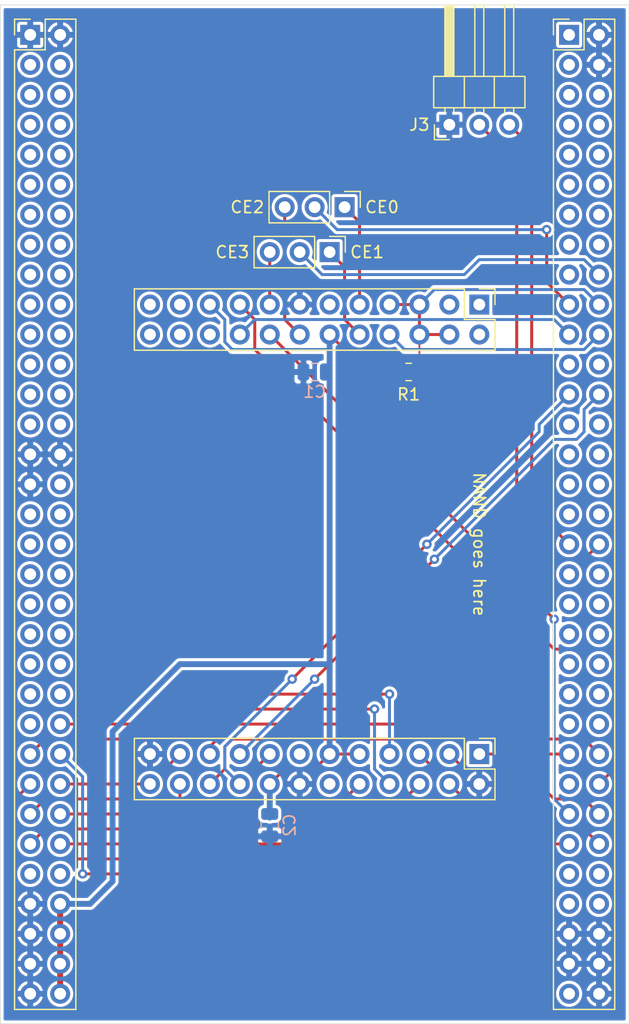
<source format=kicad_pcb>
(kicad_pcb (version 20171130) (host pcbnew "(5.1.8)-1")
  (layers (0 F.Cu signal) (31 B.Cu signal) (34 B.Paste user) (35 F.Paste user) (36 B.SilkS user) (37 F.SilkS user) (38 B.Mask user) (39 F.Mask user) (44 Edge.Cuts user))
  (net 0 "")
  (net 1 +3V3)
  (net 2 GND)
  (net 3 IO12)
  (net 4 IO11)
  (net 5 IO10)
  (net 6 IO9)
  (net 7 IO8)
  (net 8 IO7)
  (net 9 IO6)
  (net 10 IO5)
  (net 11 IO4)
  (net 12 G9)
  (net 13 D7)
  (net 14 R~B)
  (net 15 ~WE)
  (net 16 ~RE)
  (net 17 IO3)
  (net 18 IO2)
  (net 19 A10)
  (net 20 A9)
  (net 21 IO0)
  (net 22 ALE)
  (net 23 CLE)
  (net 24 IO15)
  (net 25 IO14)
  (net 26 IO13)
  (net 27 ~CE2)
  (net 28 ~CE0)
  (net 29 ~CE1)
  (net 30 ~CE3)
  (net 31 IO1)
  (module Connector_PinHeader_2.54mm:PinHeader_2x12_P2.54mm_Vertical (layer F.Cu) (at 139.7 99.06 270)
    (fp_text reference J4 hide)
    (fp_text value Left)
    (fp_line (start -1.33 29.27) (end 3.87 29.27) (layer F.SilkS) (width 0.12))
    (fp_line (start -1.33 1.27) (end -1.33 29.27) (layer F.SilkS) (width 0.12))
    (fp_line (start 3.87 -1.33) (end 3.87 29.27) (layer F.SilkS) (width 0.12))
    (fp_line (start -1.33 1.27) (end 1.27 1.27) (layer F.SilkS) (width 0.12))
    (fp_line (start 1.27 1.27) (end 1.27 -1.33) (layer F.SilkS) (width 0.12))
    (fp_line (start 1.27 -1.33) (end 3.87 -1.33) (layer F.SilkS) (width 0.12))
    (fp_line (start -1.33 0) (end -1.33 -1.33) (layer F.SilkS) (width 0.12))
    (fp_line (start -1.33 -1.33) (end 0 -1.33) (layer F.SilkS) (width 0.12))
    (pad 24 thru_hole oval (at 2.54 27.94 270) (size 1.7 1.7) (drill 1) (layers *.Cu *.Mask))
    (pad 23 thru_hole oval (at 0 27.94 270) (size 1.7 1.7) (drill 1) (layers *.Cu *.Mask))
    (pad 22 thru_hole oval (at 2.54 25.4 270) (size 1.7 1.7) (drill 1) (layers *.Cu *.Mask))
    (pad 21 thru_hole oval (at 0 25.4 270) (size 1.7 1.7) (drill 1) (layers *.Cu *.Mask))
    (pad 20 thru_hole oval (at 2.54 22.86 270) (size 1.7 1.7) (drill 1) (layers *.Cu *.Mask))
    (pad 19 thru_hole oval (at 0 22.86 270) (size 1.7 1.7) (drill 1) (layers *.Cu *.Mask) (net 1 +3V3))
    (pad 18 thru_hole oval (at 2.54 20.32 270) (size 1.7 1.7) (drill 1) (layers *.Cu *.Mask) (net 15 ~WE))
    (pad 17 thru_hole oval (at 0 20.32 270) (size 1.7 1.7) (drill 1) (layers *.Cu *.Mask) (net 22 ALE))
    (pad 16 thru_hole oval (at 2.54 17.78 270) (size 1.7 1.7) (drill 1) (layers *.Cu *.Mask) (net 23 CLE))
    (pad 15 thru_hole oval (at 0 17.78 270) (size 1.7 1.7) (drill 1) (layers *.Cu *.Mask) (net 30 ~CE3))
    (pad 14 thru_hole oval (at 2.54 15.24 270) (size 1.7 1.7) (drill 1) (layers *.Cu *.Mask) (net 27 ~CE2))
    (pad 13 thru_hole oval (at 0 15.24 270) (size 1.7 1.7) (drill 1) (layers *.Cu *.Mask) (net 2 GND))
    (pad 12 thru_hole oval (at 2.54 12.7 270) (size 1.7 1.7) (drill 1) (layers *.Cu *.Mask) (net 1 +3V3))
    (pad 11 thru_hole oval (at 0 12.7 270) (size 1.7 1.7) (drill 1) (layers *.Cu *.Mask))
    (pad 10 thru_hole oval (at 2.54 10.16 270) (size 1.7 1.7) (drill 1) (layers *.Cu *.Mask) (net 29 ~CE1))
    (pad 9 thru_hole oval (at 0 10.16 270) (size 1.7 1.7) (drill 1) (layers *.Cu *.Mask) (net 28 ~CE0))
    (pad 8 thru_hole oval (at 2.54 7.62 270) (size 1.7 1.7) (drill 1) (layers *.Cu *.Mask) (net 16 ~RE))
    (pad 7 thru_hole oval (at 0 7.62 270) (size 1.7 1.7) (drill 1) (layers *.Cu *.Mask) (net 14 R~B))
    (pad 6 thru_hole oval (at 2.54 5.08 270) (size 1.7 1.7) (drill 1) (layers *.Cu *.Mask) (net 14 R~B))
    (pad 5 thru_hole oval (at 0 5.08 270) (size 1.7 1.7) (drill 1) (layers *.Cu *.Mask) (net 14 R~B))
    (pad 4 thru_hole oval (at 2.54 2.54 270) (size 1.7 1.7) (drill 1) (layers *.Cu *.Mask) (net 14 R~B))
    (pad 3 thru_hole oval (at 0 2.54 270) (size 1.7 1.7) (drill 1) (layers *.Cu *.Mask))
    (pad 2 thru_hole oval (at 2.54 0 270) (size 1.7 1.7) (drill 1) (layers *.Cu *.Mask))
    (pad 1 thru_hole rect (at 0 0 270) (size 1.7 1.7) (drill 1) (layers *.Cu *.Mask))
  )
  (module Connector_PinHeader_2.54mm:PinHeader_2x12_P2.54mm_Vertical (layer F.Cu) (at 139.7 137.16 270)
    (fp_text reference J5 hide)
    (fp_text value Right)
    (fp_line (start -1.33 29.27) (end 3.87 29.27) (layer F.SilkS) (width 0.12))
    (fp_line (start -1.33 1.27) (end -1.33 29.27) (layer F.SilkS) (width 0.12))
    (fp_line (start 3.87 -1.33) (end 3.87 29.27) (layer F.SilkS) (width 0.12))
    (fp_line (start -1.33 1.27) (end 1.27 1.27) (layer F.SilkS) (width 0.12))
    (fp_line (start 1.27 1.27) (end 1.27 -1.33) (layer F.SilkS) (width 0.12))
    (fp_line (start 1.27 -1.33) (end 3.87 -1.33) (layer F.SilkS) (width 0.12))
    (fp_line (start -1.33 0) (end -1.33 -1.33) (layer F.SilkS) (width 0.12))
    (fp_line (start -1.33 -1.33) (end 0 -1.33) (layer F.SilkS) (width 0.12))
    (pad 24 thru_hole oval (at 2.54 27.94 270) (size 1.7 1.7) (drill 1) (layers *.Cu *.Mask) (net 7 IO8))
    (pad 23 thru_hole oval (at 0 27.94 270) (size 1.7 1.7) (drill 1) (layers *.Cu *.Mask) (net 2 GND))
    (pad 22 thru_hole oval (at 2.54 25.4 270) (size 1.7 1.7) (drill 1) (layers *.Cu *.Mask) (net 5 IO10))
    (pad 21 thru_hole oval (at 0 25.4 270) (size 1.7 1.7) (drill 1) (layers *.Cu *.Mask) (net 6 IO9))
    (pad 20 thru_hole oval (at 2.54 22.86 270) (size 1.7 1.7) (drill 1) (layers *.Cu *.Mask) (net 31 IO1))
    (pad 19 thru_hole oval (at 0 22.86 270) (size 1.7 1.7) (drill 1) (layers *.Cu *.Mask) (net 21 IO0))
    (pad 18 thru_hole oval (at 2.54 20.32 270) (size 1.7 1.7) (drill 1) (layers *.Cu *.Mask) (net 17 IO3))
    (pad 17 thru_hole oval (at 0 20.32 270) (size 1.7 1.7) (drill 1) (layers *.Cu *.Mask) (net 18 IO2))
    (pad 16 thru_hole oval (at 2.54 17.78 270) (size 1.7 1.7) (drill 1) (layers *.Cu *.Mask) (net 1 +3V3))
    (pad 15 thru_hole oval (at 0 17.78 270) (size 1.7 1.7) (drill 1) (layers *.Cu *.Mask) (net 4 IO11))
    (pad 14 thru_hole oval (at 2.54 15.24 270) (size 1.7 1.7) (drill 1) (layers *.Cu *.Mask) (net 2 GND))
    (pad 13 thru_hole oval (at 0 15.24 270) (size 1.7 1.7) (drill 1) (layers *.Cu *.Mask))
    (pad 12 thru_hole oval (at 2.54 12.7 270) (size 1.7 1.7) (drill 1) (layers *.Cu *.Mask))
    (pad 11 thru_hole oval (at 0 12.7 270) (size 1.7 1.7) (drill 1) (layers *.Cu *.Mask) (net 1 +3V3))
    (pad 10 thru_hole oval (at 2.54 10.16 270) (size 1.7 1.7) (drill 1) (layers *.Cu *.Mask) (net 3 IO12))
    (pad 9 thru_hole oval (at 0 10.16 270) (size 1.7 1.7) (drill 1) (layers *.Cu *.Mask) (net 1 +3V3))
    (pad 8 thru_hole oval (at 2.54 7.62 270) (size 1.7 1.7) (drill 1) (layers *.Cu *.Mask) (net 10 IO5))
    (pad 7 thru_hole oval (at 0 7.62 270) (size 1.7 1.7) (drill 1) (layers *.Cu *.Mask) (net 11 IO4))
    (pad 6 thru_hole oval (at 2.54 5.08 270) (size 1.7 1.7) (drill 1) (layers *.Cu *.Mask) (net 8 IO7))
    (pad 5 thru_hole oval (at 0 5.08 270) (size 1.7 1.7) (drill 1) (layers *.Cu *.Mask) (net 9 IO6))
    (pad 4 thru_hole oval (at 2.54 2.54 270) (size 1.7 1.7) (drill 1) (layers *.Cu *.Mask) (net 25 IO14))
    (pad 3 thru_hole oval (at 0 2.54 270) (size 1.7 1.7) (drill 1) (layers *.Cu *.Mask) (net 26 IO13))
    (pad 2 thru_hole oval (at 2.54 0 270) (size 1.7 1.7) (drill 1) (layers *.Cu *.Mask) (net 2 GND))
    (pad 1 thru_hole rect (at 0 0 270) (size 1.7 1.7) (drill 1) (layers *.Cu *.Mask) (net 24 IO15))
  )
  (module Capacitor_SMD:C_0805_2012Metric (layer B.Cu) (at 125.73 104.775)
    (fp_text reference C1 (at 0 1.68) (layer B.SilkS) (effects (justify mirror)))
    (fp_text value 100n)
    (fp_line (start -0.261252 0.735) (end 0.261252 0.735) (layer B.SilkS) (width 0.12))
    (fp_line (start -0.261252 -0.735) (end 0.261252 -0.735) (layer B.SilkS) (width 0.12))
    (pad 1 smd roundrect (at -0.95 0) (size 1 1.45) (layers B.Cu B.Paste B.Mask) (net 2 GND))
    (pad 2 smd roundrect (at 0.95 0) (size 1 1.45) (layers B.Cu B.Paste B.Mask) (net 1 +3V3))
  )
  (module Capacitor_SMD:C_0805_2012Metric (layer B.Cu) (at 121.92 143.19 90)
    (fp_text reference C2 (at 0 1.68 90) (layer B.SilkS) (effects (justify mirror)))
    (fp_text value 100n)
    (fp_line (start -0.261252 -0.735) (end 0.261252 -0.735) (layer B.SilkS) (width 0.12))
    (fp_line (start -0.261252 0.735) (end 0.261252 0.735) (layer B.SilkS) (width 0.12))
    (pad 2 smd roundrect (at 0.95 0 90) (size 1 1.45) (layers B.Cu B.Paste B.Mask) (net 1 +3V3))
    (pad 1 smd roundrect (at -0.95 0 90) (size 1 1.45) (layers B.Cu B.Paste B.Mask) (net 2 GND))
  )
  (module Connector_PinHeader_2.54mm:PinHeader_2x33_P2.54mm_Vertical (layer F.Cu) (at 101.6 76.2)
    (fp_text reference J1 hide)
    (fp_text value Conn_02x33_Odd_Even)
    (fp_line (start -1.33 -1.33) (end 0 -1.33) (layer F.SilkS) (width 0.12))
    (fp_line (start -1.33 0) (end -1.33 -1.33) (layer F.SilkS) (width 0.12))
    (fp_line (start 1.27 -1.33) (end 3.87 -1.33) (layer F.SilkS) (width 0.12))
    (fp_line (start 1.27 1.27) (end 1.27 -1.33) (layer F.SilkS) (width 0.12))
    (fp_line (start -1.33 1.27) (end 1.27 1.27) (layer F.SilkS) (width 0.12))
    (fp_line (start 3.87 -1.33) (end 3.87 82.61) (layer F.SilkS) (width 0.12))
    (fp_line (start -1.33 1.27) (end -1.33 82.61) (layer F.SilkS) (width 0.12))
    (fp_line (start -1.33 82.61) (end 3.87 82.61) (layer F.SilkS) (width 0.12))
    (pad 66 thru_hole oval (at 2.54 81.28) (size 1.7 1.7) (drill 1) (layers *.Cu *.Mask) (net 1 +3V3))
    (pad 65 thru_hole oval (at 0 81.28) (size 1.7 1.7) (drill 1) (layers *.Cu *.Mask) (net 2 GND))
    (pad 64 thru_hole oval (at 2.54 78.74) (size 1.7 1.7) (drill 1) (layers *.Cu *.Mask) (net 1 +3V3))
    (pad 63 thru_hole oval (at 0 78.74) (size 1.7 1.7) (drill 1) (layers *.Cu *.Mask) (net 2 GND))
    (pad 62 thru_hole oval (at 2.54 76.2) (size 1.7 1.7) (drill 1) (layers *.Cu *.Mask) (net 1 +3V3))
    (pad 61 thru_hole oval (at 0 76.2) (size 1.7 1.7) (drill 1) (layers *.Cu *.Mask) (net 2 GND))
    (pad 60 thru_hole oval (at 2.54 73.66) (size 1.7 1.7) (drill 1) (layers *.Cu *.Mask) (net 1 +3V3))
    (pad 59 thru_hole oval (at 0 73.66) (size 1.7 1.7) (drill 1) (layers *.Cu *.Mask) (net 2 GND))
    (pad 58 thru_hole oval (at 2.54 71.12) (size 1.7 1.7) (drill 1) (layers *.Cu *.Mask))
    (pad 57 thru_hole oval (at 0 71.12) (size 1.7 1.7) (drill 1) (layers *.Cu *.Mask))
    (pad 56 thru_hole oval (at 2.54 68.58) (size 1.7 1.7) (drill 1) (layers *.Cu *.Mask) (net 3 IO12))
    (pad 55 thru_hole oval (at 0 68.58) (size 1.7 1.7) (drill 1) (layers *.Cu *.Mask) (net 4 IO11))
    (pad 54 thru_hole oval (at 2.54 66.04) (size 1.7 1.7) (drill 1) (layers *.Cu *.Mask) (net 5 IO10))
    (pad 53 thru_hole oval (at 0 66.04) (size 1.7 1.7) (drill 1) (layers *.Cu *.Mask) (net 6 IO9))
    (pad 52 thru_hole oval (at 2.54 63.5) (size 1.7 1.7) (drill 1) (layers *.Cu *.Mask) (net 7 IO8))
    (pad 51 thru_hole oval (at 0 63.5) (size 1.7 1.7) (drill 1) (layers *.Cu *.Mask) (net 8 IO7))
    (pad 50 thru_hole oval (at 2.54 60.96) (size 1.7 1.7) (drill 1) (layers *.Cu *.Mask) (net 9 IO6))
    (pad 49 thru_hole oval (at 0 60.96) (size 1.7 1.7) (drill 1) (layers *.Cu *.Mask) (net 10 IO5))
    (pad 48 thru_hole oval (at 2.54 58.42) (size 1.7 1.7) (drill 1) (layers *.Cu *.Mask) (net 11 IO4))
    (pad 47 thru_hole oval (at 0 58.42) (size 1.7 1.7) (drill 1) (layers *.Cu *.Mask))
    (pad 46 thru_hole oval (at 2.54 55.88) (size 1.7 1.7) (drill 1) (layers *.Cu *.Mask))
    (pad 45 thru_hole oval (at 0 55.88) (size 1.7 1.7) (drill 1) (layers *.Cu *.Mask))
    (pad 44 thru_hole oval (at 2.54 53.34) (size 1.7 1.7) (drill 1) (layers *.Cu *.Mask))
    (pad 43 thru_hole oval (at 0 53.34) (size 1.7 1.7) (drill 1) (layers *.Cu *.Mask))
    (pad 42 thru_hole oval (at 2.54 50.8) (size 1.7 1.7) (drill 1) (layers *.Cu *.Mask))
    (pad 41 thru_hole oval (at 0 50.8) (size 1.7 1.7) (drill 1) (layers *.Cu *.Mask))
    (pad 40 thru_hole oval (at 2.54 48.26) (size 1.7 1.7) (drill 1) (layers *.Cu *.Mask))
    (pad 39 thru_hole oval (at 0 48.26) (size 1.7 1.7) (drill 1) (layers *.Cu *.Mask))
    (pad 38 thru_hole oval (at 2.54 45.72) (size 1.7 1.7) (drill 1) (layers *.Cu *.Mask))
    (pad 37 thru_hole oval (at 0 45.72) (size 1.7 1.7) (drill 1) (layers *.Cu *.Mask))
    (pad 36 thru_hole oval (at 2.54 43.18) (size 1.7 1.7) (drill 1) (layers *.Cu *.Mask))
    (pad 35 thru_hole oval (at 0 43.18) (size 1.7 1.7) (drill 1) (layers *.Cu *.Mask))
    (pad 34 thru_hole oval (at 2.54 40.64) (size 1.7 1.7) (drill 1) (layers *.Cu *.Mask))
    (pad 33 thru_hole oval (at 0 40.64) (size 1.7 1.7) (drill 1) (layers *.Cu *.Mask))
    (pad 32 thru_hole oval (at 2.54 38.1) (size 1.7 1.7) (drill 1) (layers *.Cu *.Mask))
    (pad 31 thru_hole oval (at 0 38.1) (size 1.7 1.7) (drill 1) (layers *.Cu *.Mask) (net 2 GND))
    (pad 30 thru_hole oval (at 2.54 35.56) (size 1.7 1.7) (drill 1) (layers *.Cu *.Mask) (net 2 GND))
    (pad 29 thru_hole oval (at 0 35.56) (size 1.7 1.7) (drill 1) (layers *.Cu *.Mask) (net 2 GND))
    (pad 28 thru_hole oval (at 2.54 33.02) (size 1.7 1.7) (drill 1) (layers *.Cu *.Mask))
    (pad 27 thru_hole oval (at 0 33.02) (size 1.7 1.7) (drill 1) (layers *.Cu *.Mask))
    (pad 26 thru_hole oval (at 2.54 30.48) (size 1.7 1.7) (drill 1) (layers *.Cu *.Mask))
    (pad 25 thru_hole oval (at 0 30.48) (size 1.7 1.7) (drill 1) (layers *.Cu *.Mask))
    (pad 24 thru_hole oval (at 2.54 27.94) (size 1.7 1.7) (drill 1) (layers *.Cu *.Mask))
    (pad 23 thru_hole oval (at 0 27.94) (size 1.7 1.7) (drill 1) (layers *.Cu *.Mask))
    (pad 22 thru_hole oval (at 2.54 25.4) (size 1.7 1.7) (drill 1) (layers *.Cu *.Mask))
    (pad 21 thru_hole oval (at 0 25.4) (size 1.7 1.7) (drill 1) (layers *.Cu *.Mask))
    (pad 20 thru_hole oval (at 2.54 22.86) (size 1.7 1.7) (drill 1) (layers *.Cu *.Mask))
    (pad 19 thru_hole oval (at 0 22.86) (size 1.7 1.7) (drill 1) (layers *.Cu *.Mask))
    (pad 18 thru_hole oval (at 2.54 20.32) (size 1.7 1.7) (drill 1) (layers *.Cu *.Mask))
    (pad 17 thru_hole oval (at 0 20.32) (size 1.7 1.7) (drill 1) (layers *.Cu *.Mask))
    (pad 16 thru_hole oval (at 2.54 17.78) (size 1.7 1.7) (drill 1) (layers *.Cu *.Mask))
    (pad 15 thru_hole oval (at 0 17.78) (size 1.7 1.7) (drill 1) (layers *.Cu *.Mask))
    (pad 14 thru_hole oval (at 2.54 15.24) (size 1.7 1.7) (drill 1) (layers *.Cu *.Mask))
    (pad 13 thru_hole oval (at 0 15.24) (size 1.7 1.7) (drill 1) (layers *.Cu *.Mask))
    (pad 12 thru_hole oval (at 2.54 12.7) (size 1.7 1.7) (drill 1) (layers *.Cu *.Mask))
    (pad 11 thru_hole oval (at 0 12.7) (size 1.7 1.7) (drill 1) (layers *.Cu *.Mask))
    (pad 10 thru_hole oval (at 2.54 10.16) (size 1.7 1.7) (drill 1) (layers *.Cu *.Mask))
    (pad 9 thru_hole oval (at 0 10.16) (size 1.7 1.7) (drill 1) (layers *.Cu *.Mask))
    (pad 8 thru_hole oval (at 2.54 7.62) (size 1.7 1.7) (drill 1) (layers *.Cu *.Mask))
    (pad 7 thru_hole oval (at 0 7.62) (size 1.7 1.7) (drill 1) (layers *.Cu *.Mask))
    (pad 6 thru_hole oval (at 2.54 5.08) (size 1.7 1.7) (drill 1) (layers *.Cu *.Mask))
    (pad 5 thru_hole oval (at 0 5.08) (size 1.7 1.7) (drill 1) (layers *.Cu *.Mask))
    (pad 4 thru_hole oval (at 2.54 2.54) (size 1.7 1.7) (drill 1) (layers *.Cu *.Mask))
    (pad 3 thru_hole oval (at 0 2.54) (size 1.7 1.7) (drill 1) (layers *.Cu *.Mask))
    (pad 2 thru_hole oval (at 2.54 0) (size 1.7 1.7) (drill 1) (layers *.Cu *.Mask) (net 2 GND))
    (pad 1 thru_hole rect (at 0 0) (size 1.7 1.7) (drill 1) (layers *.Cu *.Mask) (net 2 GND))
  )
  (module Connector_PinHeader_2.54mm:PinHeader_2x33_P2.54mm_Vertical (layer F.Cu) (at 147.32 76.2)
    (fp_text reference J2 hide)
    (fp_text value Conn_02x33_Odd_Even)
    (fp_line (start -1.33 82.61) (end 3.87 82.61) (layer F.SilkS) (width 0.12))
    (fp_line (start -1.33 1.27) (end -1.33 82.61) (layer F.SilkS) (width 0.12))
    (fp_line (start 3.87 -1.33) (end 3.87 82.61) (layer F.SilkS) (width 0.12))
    (fp_line (start -1.33 1.27) (end 1.27 1.27) (layer F.SilkS) (width 0.12))
    (fp_line (start 1.27 1.27) (end 1.27 -1.33) (layer F.SilkS) (width 0.12))
    (fp_line (start 1.27 -1.33) (end 3.87 -1.33) (layer F.SilkS) (width 0.12))
    (fp_line (start -1.33 0) (end -1.33 -1.33) (layer F.SilkS) (width 0.12))
    (fp_line (start -1.33 -1.33) (end 0 -1.33) (layer F.SilkS) (width 0.12))
    (pad 1 thru_hole rect (at 0 0) (size 1.7 1.7) (drill 1) (layers *.Cu *.Mask))
    (pad 2 thru_hole oval (at 2.54 0) (size 1.7 1.7) (drill 1) (layers *.Cu *.Mask) (net 2 GND))
    (pad 3 thru_hole oval (at 0 2.54) (size 1.7 1.7) (drill 1) (layers *.Cu *.Mask))
    (pad 4 thru_hole oval (at 2.54 2.54) (size 1.7 1.7) (drill 1) (layers *.Cu *.Mask) (net 2 GND))
    (pad 5 thru_hole oval (at 0 5.08) (size 1.7 1.7) (drill 1) (layers *.Cu *.Mask))
    (pad 6 thru_hole oval (at 2.54 5.08) (size 1.7 1.7) (drill 1) (layers *.Cu *.Mask))
    (pad 7 thru_hole oval (at 0 7.62) (size 1.7 1.7) (drill 1) (layers *.Cu *.Mask))
    (pad 8 thru_hole oval (at 2.54 7.62) (size 1.7 1.7) (drill 1) (layers *.Cu *.Mask))
    (pad 9 thru_hole oval (at 0 10.16) (size 1.7 1.7) (drill 1) (layers *.Cu *.Mask))
    (pad 10 thru_hole oval (at 2.54 10.16) (size 1.7 1.7) (drill 1) (layers *.Cu *.Mask))
    (pad 11 thru_hole oval (at 0 12.7) (size 1.7 1.7) (drill 1) (layers *.Cu *.Mask))
    (pad 12 thru_hole oval (at 2.54 12.7) (size 1.7 1.7) (drill 1) (layers *.Cu *.Mask))
    (pad 13 thru_hole oval (at 0 15.24) (size 1.7 1.7) (drill 1) (layers *.Cu *.Mask))
    (pad 14 thru_hole oval (at 2.54 15.24) (size 1.7 1.7) (drill 1) (layers *.Cu *.Mask))
    (pad 15 thru_hole oval (at 0 17.78) (size 1.7 1.7) (drill 1) (layers *.Cu *.Mask))
    (pad 16 thru_hole oval (at 2.54 17.78) (size 1.7 1.7) (drill 1) (layers *.Cu *.Mask))
    (pad 17 thru_hole oval (at 0 20.32) (size 1.7 1.7) (drill 1) (layers *.Cu *.Mask))
    (pad 18 thru_hole oval (at 2.54 20.32) (size 1.7 1.7) (drill 1) (layers *.Cu *.Mask) (net 12 G9))
    (pad 19 thru_hole oval (at 0 22.86) (size 1.7 1.7) (drill 1) (layers *.Cu *.Mask) (net 13 D7))
    (pad 20 thru_hole oval (at 2.54 22.86) (size 1.7 1.7) (drill 1) (layers *.Cu *.Mask) (net 14 R~B))
    (pad 21 thru_hole oval (at 0 25.4) (size 1.7 1.7) (drill 1) (layers *.Cu *.Mask) (net 15 ~WE))
    (pad 22 thru_hole oval (at 2.54 25.4) (size 1.7 1.7) (drill 1) (layers *.Cu *.Mask) (net 16 ~RE))
    (pad 23 thru_hole oval (at 0 27.94) (size 1.7 1.7) (drill 1) (layers *.Cu *.Mask))
    (pad 24 thru_hole oval (at 2.54 27.94) (size 1.7 1.7) (drill 1) (layers *.Cu *.Mask))
    (pad 25 thru_hole oval (at 0 30.48) (size 1.7 1.7) (drill 1) (layers *.Cu *.Mask) (net 17 IO3))
    (pad 26 thru_hole oval (at 2.54 30.48) (size 1.7 1.7) (drill 1) (layers *.Cu *.Mask) (net 18 IO2))
    (pad 27 thru_hole oval (at 0 33.02) (size 1.7 1.7) (drill 1) (layers *.Cu *.Mask))
    (pad 28 thru_hole oval (at 2.54 33.02) (size 1.7 1.7) (drill 1) (layers *.Cu *.Mask))
    (pad 29 thru_hole oval (at 0 35.56) (size 1.7 1.7) (drill 1) (layers *.Cu *.Mask))
    (pad 30 thru_hole oval (at 2.54 35.56) (size 1.7 1.7) (drill 1) (layers *.Cu *.Mask))
    (pad 31 thru_hole oval (at 0 38.1) (size 1.7 1.7) (drill 1) (layers *.Cu *.Mask))
    (pad 32 thru_hole oval (at 2.54 38.1) (size 1.7 1.7) (drill 1) (layers *.Cu *.Mask))
    (pad 33 thru_hole oval (at 0 40.64) (size 1.7 1.7) (drill 1) (layers *.Cu *.Mask))
    (pad 34 thru_hole oval (at 2.54 40.64) (size 1.7 1.7) (drill 1) (layers *.Cu *.Mask))
    (pad 35 thru_hole oval (at 0 43.18) (size 1.7 1.7) (drill 1) (layers *.Cu *.Mask) (net 19 A10))
    (pad 36 thru_hole oval (at 2.54 43.18) (size 1.7 1.7) (drill 1) (layers *.Cu *.Mask) (net 20 A9))
    (pad 37 thru_hole oval (at 0 45.72) (size 1.7 1.7) (drill 1) (layers *.Cu *.Mask))
    (pad 38 thru_hole oval (at 2.54 45.72) (size 1.7 1.7) (drill 1) (layers *.Cu *.Mask))
    (pad 39 thru_hole oval (at 0 48.26) (size 1.7 1.7) (drill 1) (layers *.Cu *.Mask))
    (pad 40 thru_hole oval (at 2.54 48.26) (size 1.7 1.7) (drill 1) (layers *.Cu *.Mask))
    (pad 41 thru_hole oval (at 0 50.8) (size 1.7 1.7) (drill 1) (layers *.Cu *.Mask))
    (pad 42 thru_hole oval (at 2.54 50.8) (size 1.7 1.7) (drill 1) (layers *.Cu *.Mask))
    (pad 43 thru_hole oval (at 0 53.34) (size 1.7 1.7) (drill 1) (layers *.Cu *.Mask))
    (pad 44 thru_hole oval (at 2.54 53.34) (size 1.7 1.7) (drill 1) (layers *.Cu *.Mask))
    (pad 45 thru_hole oval (at 0 55.88) (size 1.7 1.7) (drill 1) (layers *.Cu *.Mask))
    (pad 46 thru_hole oval (at 2.54 55.88) (size 1.7 1.7) (drill 1) (layers *.Cu *.Mask))
    (pad 47 thru_hole oval (at 0 58.42) (size 1.7 1.7) (drill 1) (layers *.Cu *.Mask))
    (pad 48 thru_hole oval (at 2.54 58.42) (size 1.7 1.7) (drill 1) (layers *.Cu *.Mask))
    (pad 49 thru_hole oval (at 0 60.96) (size 1.7 1.7) (drill 1) (layers *.Cu *.Mask) (net 31 IO1))
    (pad 50 thru_hole oval (at 2.54 60.96) (size 1.7 1.7) (drill 1) (layers *.Cu *.Mask) (net 21 IO0))
    (pad 51 thru_hole oval (at 0 63.5) (size 1.7 1.7) (drill 1) (layers *.Cu *.Mask))
    (pad 52 thru_hole oval (at 2.54 63.5) (size 1.7 1.7) (drill 1) (layers *.Cu *.Mask) (net 22 ALE))
    (pad 53 thru_hole oval (at 0 66.04) (size 1.7 1.7) (drill 1) (layers *.Cu *.Mask) (net 23 CLE))
    (pad 54 thru_hole oval (at 2.54 66.04) (size 1.7 1.7) (drill 1) (layers *.Cu *.Mask) (net 24 IO15))
    (pad 55 thru_hole oval (at 0 68.58) (size 1.7 1.7) (drill 1) (layers *.Cu *.Mask) (net 25 IO14))
    (pad 56 thru_hole oval (at 2.54 68.58) (size 1.7 1.7) (drill 1) (layers *.Cu *.Mask) (net 26 IO13))
    (pad 57 thru_hole oval (at 0 71.12) (size 1.7 1.7) (drill 1) (layers *.Cu *.Mask))
    (pad 58 thru_hole oval (at 2.54 71.12) (size 1.7 1.7) (drill 1) (layers *.Cu *.Mask))
    (pad 59 thru_hole oval (at 0 73.66) (size 1.7 1.7) (drill 1) (layers *.Cu *.Mask))
    (pad 60 thru_hole oval (at 2.54 73.66) (size 1.7 1.7) (drill 1) (layers *.Cu *.Mask))
    (pad 61 thru_hole oval (at 0 76.2) (size 1.7 1.7) (drill 1) (layers *.Cu *.Mask) (net 2 GND))
    (pad 62 thru_hole oval (at 2.54 76.2) (size 1.7 1.7) (drill 1) (layers *.Cu *.Mask) (net 2 GND))
    (pad 63 thru_hole oval (at 0 78.74) (size 1.7 1.7) (drill 1) (layers *.Cu *.Mask) (net 2 GND))
    (pad 64 thru_hole oval (at 2.54 78.74) (size 1.7 1.7) (drill 1) (layers *.Cu *.Mask) (net 2 GND))
    (pad 65 thru_hole oval (at 0 81.28) (size 1.7 1.7) (drill 1) (layers *.Cu *.Mask))
    (pad 66 thru_hole oval (at 2.54 81.28) (size 1.7 1.7) (drill 1) (layers *.Cu *.Mask) (net 2 GND))
  )
  (module Connector_PinHeader_2.54mm:PinHeader_1x03_P2.54mm_Horizontal (layer F.Cu) (at 137.16 83.82 90)
    (fp_text reference J3 (at 0 -2.54 180) (layer F.SilkS))
    (fp_text value DBG)
    (fp_line (start 1.44 -1.33) (end 1.44 6.41) (layer F.SilkS) (width 0.12))
    (fp_line (start 1.44 6.41) (end 4.1 6.41) (layer F.SilkS) (width 0.12))
    (fp_line (start 4.1 6.41) (end 4.1 -1.33) (layer F.SilkS) (width 0.12))
    (fp_line (start 4.1 -1.33) (end 1.44 -1.33) (layer F.SilkS) (width 0.12))
    (fp_line (start 4.1 -0.38) (end 10.1 -0.38) (layer F.SilkS) (width 0.12))
    (fp_line (start 10.1 -0.38) (end 10.1 0.38) (layer F.SilkS) (width 0.12))
    (fp_line (start 10.1 0.38) (end 4.1 0.38) (layer F.SilkS) (width 0.12))
    (fp_line (start 4.1 -0.32) (end 10.1 -0.32) (layer F.SilkS) (width 0.12))
    (fp_line (start 4.1 -0.2) (end 10.1 -0.2) (layer F.SilkS) (width 0.12))
    (fp_line (start 4.1 -0.08) (end 10.1 -0.08) (layer F.SilkS) (width 0.12))
    (fp_line (start 4.1 0.04) (end 10.1 0.04) (layer F.SilkS) (width 0.12))
    (fp_line (start 4.1 0.16) (end 10.1 0.16) (layer F.SilkS) (width 0.12))
    (fp_line (start 4.1 0.28) (end 10.1 0.28) (layer F.SilkS) (width 0.12))
    (fp_line (start 1.11 -0.38) (end 1.44 -0.38) (layer F.SilkS) (width 0.12))
    (fp_line (start 1.11 0.38) (end 1.44 0.38) (layer F.SilkS) (width 0.12))
    (fp_line (start 1.44 1.27) (end 4.1 1.27) (layer F.SilkS) (width 0.12))
    (fp_line (start 4.1 2.16) (end 10.1 2.16) (layer F.SilkS) (width 0.12))
    (fp_line (start 10.1 2.16) (end 10.1 2.92) (layer F.SilkS) (width 0.12))
    (fp_line (start 10.1 2.92) (end 4.1 2.92) (layer F.SilkS) (width 0.12))
    (fp_line (start 1.042929 2.16) (end 1.44 2.16) (layer F.SilkS) (width 0.12))
    (fp_line (start 1.042929 2.92) (end 1.44 2.92) (layer F.SilkS) (width 0.12))
    (fp_line (start 1.44 3.81) (end 4.1 3.81) (layer F.SilkS) (width 0.12))
    (fp_line (start 4.1 4.7) (end 10.1 4.7) (layer F.SilkS) (width 0.12))
    (fp_line (start 10.1 4.7) (end 10.1 5.46) (layer F.SilkS) (width 0.12))
    (fp_line (start 10.1 5.46) (end 4.1 5.46) (layer F.SilkS) (width 0.12))
    (fp_line (start 1.042929 4.7) (end 1.44 4.7) (layer F.SilkS) (width 0.12))
    (fp_line (start 1.042929 5.46) (end 1.44 5.46) (layer F.SilkS) (width 0.12))
    (fp_line (start -1.27 0) (end -1.27 -1.27) (layer F.SilkS) (width 0.12))
    (fp_line (start -1.27 -1.27) (end 0 -1.27) (layer F.SilkS) (width 0.12))
    (pad 1 thru_hole rect (at 0 0 90) (size 1.7 1.7) (drill 1) (layers *.Cu *.Mask) (net 2 GND))
    (pad 2 thru_hole oval (at 0 2.54 90) (size 1.7 1.7) (drill 1) (layers *.Cu *.Mask) (net 20 A9))
    (pad 3 thru_hole oval (at 0 5.08 90) (size 1.7 1.7) (drill 1) (layers *.Cu *.Mask) (net 19 A10))
  )
  (module Connector_PinHeader_2.54mm:PinHeader_1x03_P2.54mm_Vertical (layer F.Cu) (at 128.27 90.805 270)
    (fp_text reference JP1 hide)
    (fp_text value "CE0 SEL")
    (fp_line (start -1.33 -1.33) (end 0 -1.33) (layer F.SilkS) (width 0.12))
    (fp_line (start -1.33 0) (end -1.33 -1.33) (layer F.SilkS) (width 0.12))
    (fp_line (start -1.33 1.27) (end 1.33 1.27) (layer F.SilkS) (width 0.12))
    (fp_line (start 1.33 1.27) (end 1.33 6.41) (layer F.SilkS) (width 0.12))
    (fp_line (start -1.33 1.27) (end -1.33 6.41) (layer F.SilkS) (width 0.12))
    (fp_line (start -1.33 6.41) (end 1.33 6.41) (layer F.SilkS) (width 0.12))
    (pad 3 thru_hole oval (at 0 5.08 270) (size 1.7 1.7) (drill 1) (layers *.Cu *.Mask) (net 27 ~CE2))
    (pad 2 thru_hole oval (at 0 2.54 270) (size 1.7 1.7) (drill 1) (layers *.Cu *.Mask) (net 13 D7))
    (pad 1 thru_hole rect (at 0 0 270) (size 1.7 1.7) (drill 1) (layers *.Cu *.Mask) (net 28 ~CE0))
  )
  (module Connector_PinHeader_2.54mm:PinHeader_1x03_P2.54mm_Vertical (layer F.Cu) (at 127 94.615 270)
    (fp_text reference JP2 hide)
    (fp_text value "CE1 SEL")
    (fp_line (start -1.33 6.41) (end 1.33 6.41) (layer F.SilkS) (width 0.12))
    (fp_line (start -1.33 1.27) (end -1.33 6.41) (layer F.SilkS) (width 0.12))
    (fp_line (start 1.33 1.27) (end 1.33 6.41) (layer F.SilkS) (width 0.12))
    (fp_line (start -1.33 1.27) (end 1.33 1.27) (layer F.SilkS) (width 0.12))
    (fp_line (start -1.33 0) (end -1.33 -1.33) (layer F.SilkS) (width 0.12))
    (fp_line (start -1.33 -1.33) (end 0 -1.33) (layer F.SilkS) (width 0.12))
    (pad 1 thru_hole rect (at 0 0 270) (size 1.7 1.7) (drill 1) (layers *.Cu *.Mask) (net 29 ~CE1))
    (pad 2 thru_hole oval (at 0 2.54 270) (size 1.7 1.7) (drill 1) (layers *.Cu *.Mask) (net 12 G9))
    (pad 3 thru_hole oval (at 0 5.08 270) (size 1.7 1.7) (drill 1) (layers *.Cu *.Mask) (net 30 ~CE3))
  )
  (module Resistor_SMD:R_0805_2012Metric (layer F.Cu) (at 133.7075 104.775)
    (fp_text reference R1 (at 0 1.905) (layer F.SilkS))
    (fp_text value 1k)
    (fp_line (start -0.227064 -0.735) (end 0.227064 -0.735) (layer F.SilkS) (width 0.12))
    (fp_line (start -0.227064 0.735) (end 0.227064 0.735) (layer F.SilkS) (width 0.12))
    (pad 1 smd roundrect (at -0.9125 0) (size 1.025 1.4) (layers F.Cu F.Paste F.Mask) (roundrect_rratio 0.2439014634146341) (net 1 +3V3))
    (pad 2 smd roundrect (at 0.9125 0) (size 1.025 1.4) (layers F.Cu F.Paste F.Mask) (roundrect_rratio 0.2439014634146341) (net 14 R~B))
  )
  (gr_text "NAND goes here" (at 139.7 119.38 270) (layer F.SilkS) (effects (font (size 1 1))))
  (gr_text CE3 (at 118.745 94.615) (layer F.SilkS) (effects (font (size 1 1))))
  (gr_text CE1 (at 130.175 94.615) (layer F.SilkS) (effects (font (size 1 1))))
  (gr_text CE2 (at 120.015 90.805) (layer F.SilkS) (effects (font (size 1 1))))
  (gr_text CE0 (at 131.445 90.805) (layer F.SilkS) (effects (font (size 1 1))))
  (gr_line (start 152.4 160.02) (end 99.06 160.02) (layer Edge.Cuts) (width 0.05))
  (gr_line (start 152.4 73.66) (end 152.4 160.02) (layer Edge.Cuts) (width 0.05))
  (gr_line (start 99.06 73.66) (end 152.4 73.66) (layer Edge.Cuts) (width 0.05))
  (gr_line (start 99.06 160.02) (end 99.06 73.66) (layer Edge.Cuts) (width 0.05))
  (segment (start 125.73 138.43) (end 127 137.16) (width 0.25) (layer F.Cu) (net 1))
  (segment (start 123.19 138.43) (end 125.73 138.43) (width 0.25) (layer F.Cu) (net 1))
  (segment (start 121.92 139.7) (end 123.19 138.43) (width 0.25) (layer F.Cu) (net 1))
  (segment (start 127 137.16) (end 129.54 137.16) (width 0.25) (layer F.Cu) (net 1))
  (segment (start 104.14 149.86) (end 104.14 157.48) (width 0.5) (layer F.Cu) (net 1))
  (segment (start 127 133.985) (end 127 137.16) (width 0.5) (layer B.Cu) (net 1))
  (segment (start 121.92 139.7) (end 121.92 142.555) (width 0.5) (layer B.Cu) (net 1))
  (segment (start 118.745 102.87) (end 127 102.87) (width 0.25) (layer B.Cu) (net 1))
  (segment (start 118.11 102.235) (end 118.745 102.87) (width 0.25) (layer B.Cu) (net 1))
  (segment (start 118.11 100.33) (end 118.11 102.235) (width 0.25) (layer B.Cu) (net 1))
  (segment (start 116.84 99.06) (end 118.11 100.33) (width 0.25) (layer B.Cu) (net 1))
  (segment (start 126.68 104.775) (end 127 104.775) (width 0.5) (layer B.Cu) (net 1))
  (segment (start 127 104.775) (end 127 101.6) (width 0.5) (layer B.Cu) (net 1))
  (segment (start 127 133.985) (end 127 104.775) (width 0.5) (layer B.Cu) (net 1))
  (segment (start 130.175 104.775) (end 132.795 104.775) (width 0.25) (layer F.Cu) (net 1))
  (segment (start 127 101.6) (end 130.175 104.775) (width 0.25) (layer F.Cu) (net 1))
  (segment (start 127 129.54) (end 127 130.175) (width 0.5) (layer B.Cu) (net 1))
  (segment (start 114.3 129.54) (end 127 129.54) (width 0.5) (layer B.Cu) (net 1))
  (segment (start 108.585 135.255) (end 114.3 129.54) (width 0.5) (layer B.Cu) (net 1))
  (segment (start 108.585 147.955) (end 108.585 135.255) (width 0.5) (layer B.Cu) (net 1))
  (segment (start 106.68 149.86) (end 108.585 147.955) (width 0.5) (layer B.Cu) (net 1))
  (segment (start 104.14 149.86) (end 106.68 149.86) (width 0.5) (layer B.Cu) (net 1))
  (segment (start 101.6 114.3) (end 101.6 111.76) (width 0.25) (layer F.Cu) (net 2))
  (segment (start 101.6 111.76) (end 104.14 111.76) (width 0.25) (layer F.Cu) (net 2))
  (segment (start 124.46 144.78) (end 129.54 139.7) (width 0.25) (layer F.Cu) (net 3))
  (segment (start 104.14 144.78) (end 124.46 144.78) (width 0.25) (layer F.Cu) (net 3))
  (segment (start 120.65 138.43) (end 121.92 137.16) (width 0.25) (layer F.Cu) (net 4))
  (segment (start 120.65 140.97) (end 120.65 138.43) (width 0.25) (layer F.Cu) (net 4))
  (segment (start 118.11 143.51) (end 120.65 140.97) (width 0.25) (layer F.Cu) (net 4))
  (segment (start 102.87 143.51) (end 118.11 143.51) (width 0.25) (layer F.Cu) (net 4))
  (segment (start 101.6 144.78) (end 102.87 143.51) (width 0.25) (layer F.Cu) (net 4))
  (segment (start 114.3 140.97) (end 114.3 139.7) (width 0.25) (layer F.Cu) (net 5))
  (segment (start 113.03 142.24) (end 114.3 140.97) (width 0.25) (layer F.Cu) (net 5))
  (segment (start 104.14 142.24) (end 113.03 142.24) (width 0.25) (layer F.Cu) (net 5))
  (segment (start 101.6 142.24) (end 102.87 140.97) (width 0.25) (layer F.Cu) (net 6))
  (segment (start 102.87 140.97) (end 112.395 140.97) (width 0.25) (layer F.Cu) (net 6))
  (segment (start 112.395 140.97) (end 113.03 140.335) (width 0.25) (layer F.Cu) (net 6))
  (segment (start 113.03 138.43) (end 114.3 137.16) (width 0.25) (layer F.Cu) (net 6))
  (segment (start 113.03 140.335) (end 113.03 138.43) (width 0.25) (layer F.Cu) (net 6))
  (segment (start 104.14 139.7) (end 111.76 139.7) (width 0.25) (layer F.Cu) (net 7))
  (segment (start 101.6 139.7) (end 100.33 140.97) (width 0.25) (layer F.Cu) (net 8))
  (segment (start 100.33 140.97) (end 100.33 145.415) (width 0.25) (layer F.Cu) (net 8))
  (segment (start 100.33 145.415) (end 100.965 146.05) (width 0.25) (layer F.Cu) (net 8))
  (segment (start 128.27 146.05) (end 134.62 139.7) (width 0.25) (layer F.Cu) (net 8))
  (segment (start 100.965 146.05) (end 128.27 146.05) (width 0.25) (layer F.Cu) (net 8))
  (segment (start 134.62 137.16) (end 135.89 138.43) (width 0.25) (layer F.Cu) (net 9))
  (segment (start 135.89 138.43) (end 135.89 140.97) (width 0.25) (layer F.Cu) (net 9))
  (via (at 106.045 147.32) (size 0.8) (drill 0.4) (layers F.Cu B.Cu) (net 9))
  (segment (start 129.54 147.32) (end 106.045 147.32) (width 0.25) (layer F.Cu) (net 9))
  (segment (start 135.89 140.97) (end 129.54 147.32) (width 0.25) (layer F.Cu) (net 9))
  (segment (start 106.045 139.065) (end 104.14 137.16) (width 0.25) (layer B.Cu) (net 9))
  (segment (start 106.045 147.32) (end 106.045 139.065) (width 0.25) (layer B.Cu) (net 9))
  (segment (start 130.81 138.43) (end 130.81 133.35) (width 0.25) (layer B.Cu) (net 10))
  (segment (start 132.08 139.7) (end 130.81 138.43) (width 0.25) (layer B.Cu) (net 10))
  (via (at 130.81 133.35) (size 0.8) (drill 0.4) (layers F.Cu B.Cu) (net 10))
  (segment (start 118.11 133.35) (end 130.81 133.35) (width 0.25) (layer F.Cu) (net 10))
  (segment (start 115.57 135.89) (end 118.11 133.35) (width 0.25) (layer F.Cu) (net 10))
  (segment (start 102.87 135.89) (end 115.57 135.89) (width 0.25) (layer F.Cu) (net 10))
  (segment (start 101.6 137.16) (end 102.87 135.89) (width 0.25) (layer F.Cu) (net 10))
  (segment (start 132.08 133.35) (end 132.08 132.08) (width 0.25) (layer B.Cu) (net 11))
  (via (at 132.08 132.08) (size 0.8) (drill 0.4) (layers F.Cu B.Cu) (net 11))
  (segment (start 132.08 137.16) (end 132.08 133.35) (width 0.25) (layer B.Cu) (net 11))
  (segment (start 117.475 132.08) (end 132.08 132.08) (width 0.25) (layer F.Cu) (net 11))
  (segment (start 114.935 134.62) (end 117.475 132.08) (width 0.25) (layer F.Cu) (net 11))
  (segment (start 104.14 134.62) (end 114.935 134.62) (width 0.25) (layer F.Cu) (net 11))
  (segment (start 124.46 94.615) (end 126.365 96.52) (width 0.25) (layer B.Cu) (net 12))
  (segment (start 126.365 96.52) (end 138.43 96.52) (width 0.25) (layer B.Cu) (net 12))
  (segment (start 138.43 96.52) (end 139.7 95.25) (width 0.25) (layer B.Cu) (net 12))
  (segment (start 148.59 95.25) (end 149.86 96.52) (width 0.25) (layer B.Cu) (net 12))
  (segment (start 139.7 95.25) (end 148.59 95.25) (width 0.25) (layer B.Cu) (net 12))
  (via (at 145.415 92.71) (size 0.8) (drill 0.4) (layers F.Cu B.Cu) (net 13))
  (segment (start 145.415 97.155) (end 145.415 92.71) (width 0.25) (layer F.Cu) (net 13))
  (segment (start 147.32 99.06) (end 145.415 97.155) (width 0.25) (layer F.Cu) (net 13))
  (segment (start 127.635 92.71) (end 125.73 90.805) (width 0.25) (layer B.Cu) (net 13))
  (segment (start 145.415 92.71) (end 127.635 92.71) (width 0.25) (layer B.Cu) (net 13))
  (segment (start 132.08 99.06) (end 134.62 99.06) (width 0.25) (layer F.Cu) (net 14))
  (segment (start 134.62 101.6) (end 134.62 99.06) (width 0.25) (layer F.Cu) (net 14))
  (segment (start 134.62 101.6) (end 137.16 101.6) (width 0.25) (layer F.Cu) (net 14))
  (segment (start 149.86 99.06) (end 148.59 97.79) (width 0.25) (layer B.Cu) (net 14))
  (segment (start 135.89 97.79) (end 134.62 99.06) (width 0.25) (layer B.Cu) (net 14))
  (segment (start 148.59 97.79) (end 135.89 97.79) (width 0.25) (layer B.Cu) (net 14))
  (segment (start 134.62 101.6) (end 134.62 104.775) (width 0.15) (layer F.Cu) (net 14))
  (segment (start 119.38 101.6) (end 120.65 100.33) (width 0.25) (layer B.Cu) (net 15))
  (segment (start 146.05 100.33) (end 147.32 101.6) (width 0.25) (layer B.Cu) (net 15))
  (segment (start 120.65 100.33) (end 146.05 100.33) (width 0.25) (layer B.Cu) (net 15))
  (segment (start 149.86 101.6) (end 148.59 102.87) (width 0.25) (layer B.Cu) (net 16))
  (segment (start 132.08 101.6) (end 133.35 102.87) (width 0.25) (layer B.Cu) (net 16))
  (segment (start 133.35 102.87) (end 148.59 102.87) (width 0.25) (layer B.Cu) (net 16))
  (via (at 123.825 130.81) (size 0.8) (drill 0.4) (layers F.Cu B.Cu) (net 17))
  (segment (start 119.38 139.7) (end 118.11 138.43) (width 0.25) (layer B.Cu) (net 17))
  (segment (start 118.11 138.43) (end 118.11 136.525) (width 0.25) (layer B.Cu) (net 17))
  (segment (start 118.11 136.525) (end 123.825 130.81) (width 0.25) (layer B.Cu) (net 17))
  (via (at 135.255 119.38) (size 0.8) (drill 0.4) (layers F.Cu B.Cu) (net 17))
  (segment (start 123.825 130.81) (end 135.255 119.38) (width 0.25) (layer F.Cu) (net 17))
  (segment (start 135.255 119.38) (end 144.78 109.855) (width 0.25) (layer B.Cu) (net 17))
  (segment (start 144.78 109.22) (end 147.32 106.68) (width 0.25) (layer B.Cu) (net 17))
  (segment (start 144.78 109.855) (end 144.78 109.22) (width 0.25) (layer B.Cu) (net 17))
  (segment (start 119.38 137.16) (end 125.73 130.81) (width 0.25) (layer B.Cu) (net 18))
  (via (at 125.73 130.81) (size 0.8) (drill 0.4) (layers F.Cu B.Cu) (net 18))
  (via (at 135.89 120.65) (size 0.8) (drill 0.4) (layers F.Cu B.Cu) (net 18))
  (segment (start 125.73 130.81) (end 135.89 120.65) (width 0.25) (layer F.Cu) (net 18))
  (segment (start 148.59 107.95) (end 149.86 106.68) (width 0.25) (layer B.Cu) (net 18))
  (segment (start 148.59 109.855) (end 148.59 107.95) (width 0.25) (layer B.Cu) (net 18))
  (segment (start 147.955 110.49) (end 148.59 109.855) (width 0.25) (layer B.Cu) (net 18))
  (segment (start 146.05 110.49) (end 147.955 110.49) (width 0.25) (layer B.Cu) (net 18))
  (segment (start 135.89 120.65) (end 146.05 110.49) (width 0.25) (layer B.Cu) (net 18))
  (segment (start 144.145 85.725) (end 142.24 83.82) (width 0.254) (layer F.Cu) (net 19))
  (segment (start 144.145 116.205) (end 144.145 85.725) (width 0.254) (layer F.Cu) (net 19))
  (segment (start 147.32 119.38) (end 144.145 116.205) (width 0.254) (layer F.Cu) (net 19))
  (segment (start 142.875 86.995) (end 139.7 83.82) (width 0.254) (layer F.Cu) (net 20))
  (segment (start 142.875 116.725) (end 142.875 86.995) (width 0.254) (layer F.Cu) (net 20))
  (segment (start 146.75 120.6) (end 142.875 116.725) (width 0.254) (layer F.Cu) (net 20))
  (segment (start 148.64 120.6) (end 146.75 120.6) (width 0.254) (layer F.Cu) (net 20))
  (segment (start 149.86 119.38) (end 148.64 120.6) (width 0.254) (layer F.Cu) (net 20))
  (segment (start 148.59 135.89) (end 149.86 137.16) (width 0.25) (layer F.Cu) (net 21))
  (segment (start 145.415 135.89) (end 148.59 135.89) (width 0.25) (layer F.Cu) (net 21))
  (segment (start 144.145 134.62) (end 145.415 135.89) (width 0.25) (layer F.Cu) (net 21))
  (segment (start 118.745 134.62) (end 144.145 134.62) (width 0.25) (layer F.Cu) (net 21))
  (segment (start 116.84 136.525) (end 118.745 134.62) (width 0.25) (layer F.Cu) (net 21))
  (segment (start 116.84 137.16) (end 116.84 136.525) (width 0.25) (layer F.Cu) (net 21))
  (segment (start 120.65 100.33) (end 119.38 99.06) (width 0.25) (layer F.Cu) (net 22))
  (segment (start 120.65 102.87) (end 120.65 100.33) (width 0.25) (layer F.Cu) (net 22))
  (segment (start 146.05 128.27) (end 120.65 102.87) (width 0.25) (layer F.Cu) (net 22))
  (segment (start 150.495 128.27) (end 146.05 128.27) (width 0.25) (layer F.Cu) (net 22))
  (segment (start 151.13 128.905) (end 150.495 128.27) (width 0.25) (layer F.Cu) (net 22))
  (segment (start 151.13 138.43) (end 151.13 128.905) (width 0.25) (layer F.Cu) (net 22))
  (segment (start 149.86 139.7) (end 151.13 138.43) (width 0.25) (layer F.Cu) (net 22))
  (via (at 146.05 125.73002) (size 0.8) (drill 0.4) (layers F.Cu B.Cu) (net 23))
  (segment (start 147.32 142.24) (end 146.05 140.97) (width 0.25) (layer B.Cu) (net 23))
  (segment (start 146.05 125.73) (end 146.05 125.73002) (width 0.25) (layer F.Cu) (net 23))
  (segment (start 146.05 140.97) (end 146.05 125.73002) (width 0.25) (layer B.Cu) (net 23))
  (segment (start 121.92 101.6) (end 146.05 125.73) (width 0.25) (layer F.Cu) (net 23))
  (segment (start 142.24 137.16) (end 139.7 137.16) (width 0.25) (layer F.Cu) (net 24))
  (segment (start 146.05 140.97) (end 142.24 137.16) (width 0.25) (layer F.Cu) (net 24))
  (segment (start 148.59 140.97) (end 146.05 140.97) (width 0.25) (layer F.Cu) (net 24))
  (segment (start 149.86 142.24) (end 148.59 140.97) (width 0.25) (layer F.Cu) (net 24))
  (segment (start 139.065 141.605) (end 137.16 139.7) (width 0.25) (layer F.Cu) (net 25))
  (segment (start 141.605 141.605) (end 139.065 141.605) (width 0.25) (layer F.Cu) (net 25))
  (segment (start 144.78 144.78) (end 141.605 141.605) (width 0.25) (layer F.Cu) (net 25))
  (segment (start 147.32 144.78) (end 144.78 144.78) (width 0.25) (layer F.Cu) (net 25))
  (segment (start 149.86 144.78) (end 148.59 143.51) (width 0.25) (layer F.Cu) (net 26))
  (segment (start 148.59 143.51) (end 146.05 143.51) (width 0.25) (layer F.Cu) (net 26))
  (segment (start 146.05 143.51) (end 140.97 138.43) (width 0.25) (layer F.Cu) (net 26))
  (segment (start 140.97 138.43) (end 138.43 138.43) (width 0.25) (layer F.Cu) (net 26))
  (segment (start 138.43 138.43) (end 137.16 137.16) (width 0.25) (layer F.Cu) (net 26))
  (segment (start 123.19 100.33) (end 123.19 90.805) (width 0.25) (layer F.Cu) (net 27))
  (segment (start 124.46 101.6) (end 123.19 100.33) (width 0.25) (layer F.Cu) (net 27))
  (segment (start 129.54 92.075) (end 128.27 90.805) (width 0.25) (layer F.Cu) (net 28))
  (segment (start 129.54 99.06) (end 129.54 92.075) (width 0.25) (layer F.Cu) (net 28))
  (segment (start 128.27 95.885) (end 127 94.615) (width 0.25) (layer F.Cu) (net 29))
  (segment (start 128.27 100.33) (end 128.27 95.885) (width 0.25) (layer F.Cu) (net 29))
  (segment (start 129.54 101.6) (end 128.27 100.33) (width 0.25) (layer F.Cu) (net 29))
  (segment (start 121.92 94.615) (end 121.92 99.06) (width 0.25) (layer F.Cu) (net 30))
  (segment (start 116.84 139.7) (end 118.11 138.43) (width 0.25) (layer F.Cu) (net 31))
  (segment (start 118.11 138.43) (end 118.11 136.525) (width 0.25) (layer F.Cu) (net 31))
  (segment (start 118.11 136.525) (end 118.745 135.89) (width 0.25) (layer F.Cu) (net 31))
  (segment (start 118.745 135.89) (end 143.51 135.89) (width 0.25) (layer F.Cu) (net 31))
  (segment (start 144.78 137.16) (end 147.32 137.16) (width 0.25) (layer F.Cu) (net 31))
  (segment (start 143.51 135.89) (end 144.78 137.16) (width 0.25) (layer F.Cu) (net 31))
  (zone (net 2) (net_name GND) (layer B.Cu) (connect_pads (clearance 0.254)) (min_thickness 0.254) (fill yes (arc_segments 32) (thermal_gap 0.254) (thermal_bridge_width 0.508))
    (polygon (pts (xy 152.4 160.02) (xy 99.06 160.02) (xy 99.06 73.66) (xy 152.4 73.66)))
  )
)
</source>
